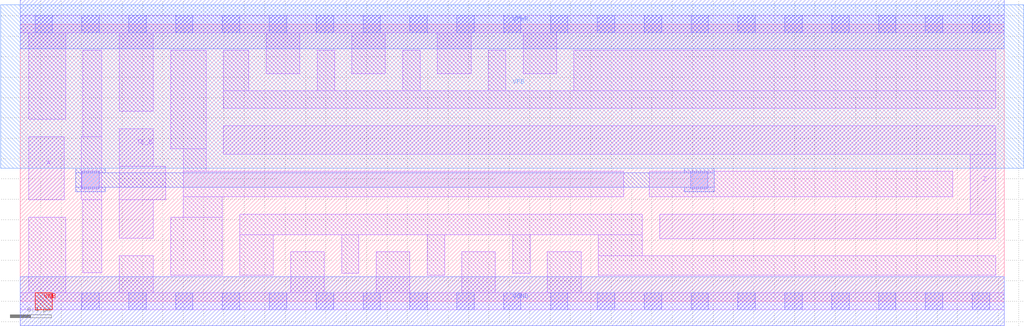
<source format=lef>
# Copyright 2020 The SkyWater PDK Authors
#
# Licensed under the Apache License, Version 2.0 (the "License");
# you may not use this file except in compliance with the License.
# You may obtain a copy of the License at
#
#     https://www.apache.org/licenses/LICENSE-2.0
#
# Unless required by applicable law or agreed to in writing, software
# distributed under the License is distributed on an "AS IS" BASIS,
# WITHOUT WARRANTIES OR CONDITIONS OF ANY KIND, either express or implied.
# See the License for the specific language governing permissions and
# limitations under the License.
#
# SPDX-License-Identifier: Apache-2.0

VERSION 5.7 ;
  NOWIREEXTENSIONATPIN ON ;
  DIVIDERCHAR "/" ;
  BUSBITCHARS "[]" ;
MACRO sky130_fd_sc_hd__ebufn_8
  CLASS CORE ;
  FOREIGN sky130_fd_sc_hd__ebufn_8 ;
  ORIGIN  0.000000  0.000000 ;
  SIZE  9.660000 BY  2.720000 ;
  SYMMETRY X Y R90 ;
  SITE unithd ;
  PIN A
    ANTENNAGATEAREA  0.495000 ;
    DIRECTION INPUT ;
    USE SIGNAL ;
    PORT
      LAYER li1 ;
        RECT 0.085000 0.995000 0.430000 1.615000 ;
    END
  END A
  PIN TE_B
    ANTENNAGATEAREA  1.375500 ;
    DIRECTION INPUT ;
    USE SIGNAL ;
    PORT
      LAYER li1 ;
        RECT 0.970000 0.620000 1.305000 0.995000 ;
        RECT 0.970000 0.995000 1.430000 1.325000 ;
        RECT 0.970000 1.325000 1.305000 1.695000 ;
    END
  END TE_B
  PIN VNB
    PORT
      LAYER pwell ;
        RECT 0.145000 -0.085000 0.315000 0.085000 ;
    END
  END VNB
  PIN VPB
    PORT
      LAYER nwell ;
        RECT -0.190000 1.305000 9.850000 2.910000 ;
    END
  END VPB
  PIN Z
    ANTENNADIFFAREA  1.782000 ;
    DIRECTION OUTPUT ;
    USE SIGNAL ;
    PORT
      LAYER li1 ;
        RECT 1.995000 1.445000 9.575000 1.725000 ;
        RECT 6.275000 0.615000 9.575000 0.855000 ;
        RECT 9.325000 0.855000 9.575000 1.445000 ;
    END
  END Z
  PIN VGND
    DIRECTION INOUT ;
    SHAPE ABUTMENT ;
    USE GROUND ;
    PORT
      LAYER met1 ;
        RECT 0.000000 -0.240000 9.660000 0.240000 ;
    END
  END VGND
  PIN VPWR
    DIRECTION INOUT ;
    SHAPE ABUTMENT ;
    USE POWER ;
    PORT
      LAYER met1 ;
        RECT 0.000000 2.480000 9.660000 2.960000 ;
    END
  END VPWR
  OBS
    LAYER li1 ;
      RECT 0.000000 -0.085000 9.660000 0.085000 ;
      RECT 0.000000  2.635000 9.660000 2.805000 ;
      RECT 0.085000  0.085000 0.445000 0.825000 ;
      RECT 0.085000  1.785000 0.445000 2.635000 ;
      RECT 0.600000  0.995000 0.800000 1.615000 ;
      RECT 0.615000  0.280000 0.800000 0.995000 ;
      RECT 0.615000  1.615000 0.800000 2.465000 ;
      RECT 0.970000  0.085000 1.305000 0.445000 ;
      RECT 0.970000  1.865000 1.305000 2.635000 ;
      RECT 1.475000  0.255000 1.985000 0.825000 ;
      RECT 1.475000  1.495000 1.825000 2.465000 ;
      RECT 1.600000  0.825000 1.985000 1.025000 ;
      RECT 1.600000  1.025000 5.925000 1.275000 ;
      RECT 1.600000  1.275000 1.825000 1.495000 ;
      RECT 1.995000  1.895000 9.575000 2.065000 ;
      RECT 1.995000  2.065000 2.245000 2.465000 ;
      RECT 2.155000  0.255000 2.485000 0.655000 ;
      RECT 2.155000  0.655000 6.105000 0.855000 ;
      RECT 2.415000  2.235000 2.745000 2.635000 ;
      RECT 2.655000  0.085000 2.985000 0.485000 ;
      RECT 2.915000  2.065000 3.085000 2.465000 ;
      RECT 3.155000  0.275000 3.325000 0.655000 ;
      RECT 3.255000  2.235000 3.585000 2.635000 ;
      RECT 3.495000  0.085000 3.825000 0.485000 ;
      RECT 3.755000  2.065000 3.925000 2.465000 ;
      RECT 3.995000  0.255000 4.165000 0.655000 ;
      RECT 4.095000  2.235000 4.425000 2.635000 ;
      RECT 4.335000  0.085000 4.665000 0.485000 ;
      RECT 4.595000  2.065000 4.765000 2.465000 ;
      RECT 4.835000  0.275000 5.005000 0.655000 ;
      RECT 4.935000  2.235000 5.265000 2.635000 ;
      RECT 5.175000  0.085000 5.505000 0.485000 ;
      RECT 5.435000  2.065000 9.575000 2.465000 ;
      RECT 5.675000  0.255000 9.575000 0.445000 ;
      RECT 5.675000  0.445000 6.105000 0.655000 ;
      RECT 6.175000  1.025000 9.155000 1.275000 ;
    LAYER mcon ;
      RECT 0.145000 -0.085000 0.315000 0.085000 ;
      RECT 0.145000  2.635000 0.315000 2.805000 ;
      RECT 0.605000 -0.085000 0.775000 0.085000 ;
      RECT 0.605000  1.105000 0.775000 1.275000 ;
      RECT 0.605000  2.635000 0.775000 2.805000 ;
      RECT 1.065000 -0.085000 1.235000 0.085000 ;
      RECT 1.065000  2.635000 1.235000 2.805000 ;
      RECT 1.525000 -0.085000 1.695000 0.085000 ;
      RECT 1.525000  2.635000 1.695000 2.805000 ;
      RECT 1.985000 -0.085000 2.155000 0.085000 ;
      RECT 1.985000  2.635000 2.155000 2.805000 ;
      RECT 2.445000 -0.085000 2.615000 0.085000 ;
      RECT 2.445000  2.635000 2.615000 2.805000 ;
      RECT 2.905000 -0.085000 3.075000 0.085000 ;
      RECT 2.905000  2.635000 3.075000 2.805000 ;
      RECT 3.365000 -0.085000 3.535000 0.085000 ;
      RECT 3.365000  2.635000 3.535000 2.805000 ;
      RECT 3.825000 -0.085000 3.995000 0.085000 ;
      RECT 3.825000  2.635000 3.995000 2.805000 ;
      RECT 4.285000 -0.085000 4.455000 0.085000 ;
      RECT 4.285000  2.635000 4.455000 2.805000 ;
      RECT 4.745000 -0.085000 4.915000 0.085000 ;
      RECT 4.745000  2.635000 4.915000 2.805000 ;
      RECT 5.205000 -0.085000 5.375000 0.085000 ;
      RECT 5.205000  2.635000 5.375000 2.805000 ;
      RECT 5.665000 -0.085000 5.835000 0.085000 ;
      RECT 5.665000  2.635000 5.835000 2.805000 ;
      RECT 6.125000 -0.085000 6.295000 0.085000 ;
      RECT 6.125000  2.635000 6.295000 2.805000 ;
      RECT 6.580000  1.105000 6.750000 1.275000 ;
      RECT 6.585000 -0.085000 6.755000 0.085000 ;
      RECT 6.585000  2.635000 6.755000 2.805000 ;
      RECT 7.045000 -0.085000 7.215000 0.085000 ;
      RECT 7.045000  2.635000 7.215000 2.805000 ;
      RECT 7.505000 -0.085000 7.675000 0.085000 ;
      RECT 7.505000  2.635000 7.675000 2.805000 ;
      RECT 7.965000 -0.085000 8.135000 0.085000 ;
      RECT 7.965000  2.635000 8.135000 2.805000 ;
      RECT 8.425000 -0.085000 8.595000 0.085000 ;
      RECT 8.425000  2.635000 8.595000 2.805000 ;
      RECT 8.885000 -0.085000 9.055000 0.085000 ;
      RECT 8.885000  2.635000 9.055000 2.805000 ;
      RECT 9.345000 -0.085000 9.515000 0.085000 ;
      RECT 9.345000  2.635000 9.515000 2.805000 ;
    LAYER met1 ;
      RECT 0.545000 1.075000 0.835000 1.120000 ;
      RECT 0.545000 1.120000 6.810000 1.260000 ;
      RECT 0.545000 1.260000 0.835000 1.305000 ;
      RECT 6.520000 1.075000 6.810000 1.120000 ;
      RECT 6.520000 1.260000 6.810000 1.305000 ;
  END
END sky130_fd_sc_hd__ebufn_8
END LIBRARY

</source>
